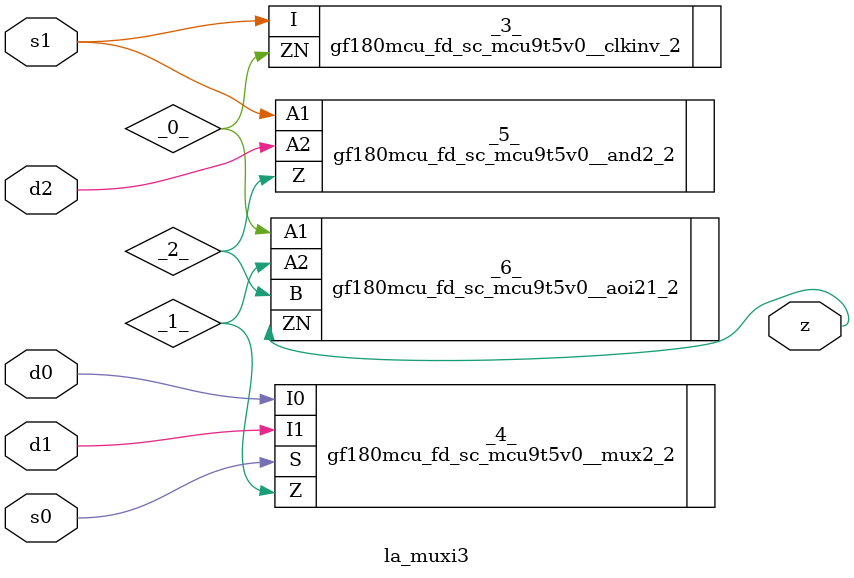
<source format=v>

/* Generated by Yosys 0.37 (git sha1 a5c7f69ed, clang 14.0.0-1ubuntu1.1 -fPIC -Os) */

module la_muxi3(d0, d1, d2, s0, s1, z);
  wire _0_;
  wire _1_;
  wire _2_;
  input d0;
  wire d0;
  input d1;
  wire d1;
  input d2;
  wire d2;
  input s0;
  wire s0;
  input s1;
  wire s1;
  output z;
  wire z;
  gf180mcu_fd_sc_mcu9t5v0__clkinv_2 _3_ (
    .I(s1),
    .ZN(_0_)
  );
  gf180mcu_fd_sc_mcu9t5v0__mux2_2 _4_ (
    .I0(d0),
    .I1(d1),
    .S(s0),
    .Z(_1_)
  );
  gf180mcu_fd_sc_mcu9t5v0__and2_2 _5_ (
    .A1(s1),
    .A2(d2),
    .Z(_2_)
  );
  gf180mcu_fd_sc_mcu9t5v0__aoi21_2 _6_ (
    .A1(_0_),
    .A2(_1_),
    .B(_2_),
    .ZN(z)
  );
endmodule

</source>
